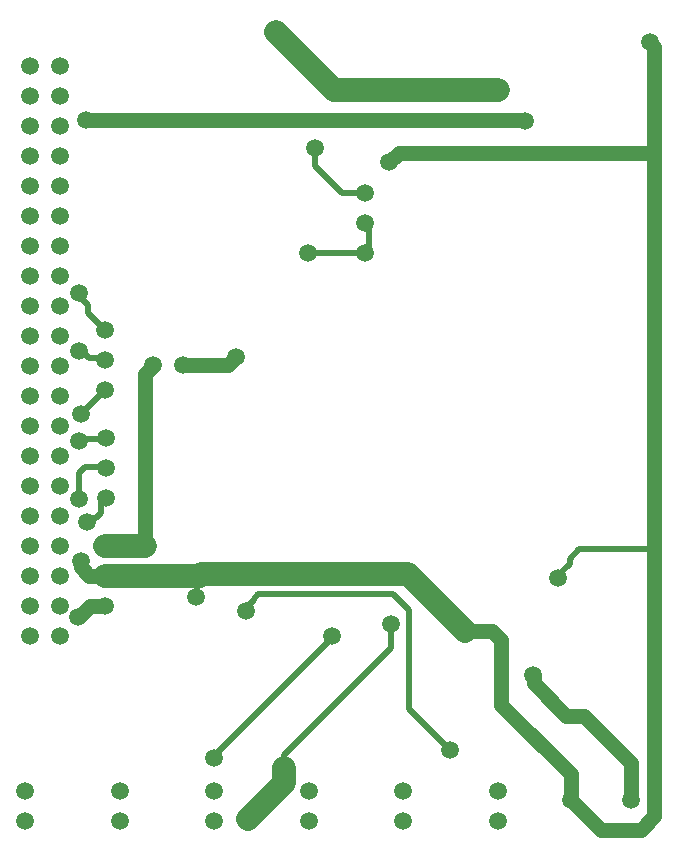
<source format=gbr>
%TF.GenerationSoftware,Altium Limited,Altium Designer,24.8.2 (39)*%
G04 Layer_Physical_Order=2*
G04 Layer_Color=16711680*
%FSLAX23Y23*%
%MOIN*%
%TF.SameCoordinates,E7E5857B-D81F-4818-B411-2ABEDC566613*%
%TF.FilePolarity,Positive*%
%TF.FileFunction,Copper,L2,Bot,Signal*%
%TF.Part,Single*%
G01*
G75*
%TA.AperFunction,Conductor*%
%ADD31C,0.051*%
%ADD32C,0.020*%
%ADD34C,0.079*%
%TA.AperFunction,ComponentPad*%
%ADD39C,0.059*%
%TA.AperFunction,ViaPad*%
%ADD40C,0.059*%
D31*
X265Y952D02*
Y972D01*
X264Y973D02*
X265Y972D01*
Y952D02*
X292Y925D01*
X1742Y2439D02*
X1744D01*
X1737Y2444D02*
X1742Y2439D01*
X283Y2444D02*
X1737D01*
X2161Y2703D02*
Y2705D01*
Y2703D02*
X2177Y2687D01*
Y1012D02*
Y2335D01*
Y2687D01*
Y122D02*
Y1012D01*
X2132Y77D02*
X2177Y122D01*
X1998Y77D02*
X2132D01*
X1898Y177D02*
Y262D01*
Y177D02*
X1998Y77D01*
X1666Y494D02*
Y711D01*
X1636Y741D02*
X1666Y711D01*
Y494D02*
X1898Y262D01*
X1325Y2335D02*
X2177D01*
X1293Y2303D02*
X1325Y2335D01*
X1291Y2303D02*
X1293D01*
X1556Y741D02*
X1636D01*
X1547Y732D02*
X1556Y741D01*
X292Y925D02*
X346D01*
X605Y1626D02*
X754D01*
X781Y1654D01*
X480Y1598D02*
X505Y1623D01*
Y1626D01*
X480Y1026D02*
Y1598D01*
X480Y1025D02*
X480Y1026D01*
X346Y1025D02*
X347Y1025D01*
X257Y787D02*
X259D01*
X345Y824D02*
X346Y825D01*
X295Y824D02*
X345D01*
X259Y787D02*
X295Y824D01*
X1774Y567D02*
Y593D01*
X1772Y594D02*
X1774Y593D01*
Y567D02*
X1883Y458D01*
X1941D01*
X2098Y301D01*
Y177D02*
Y301D01*
D32*
X266Y1465D02*
X344Y1543D01*
X264Y1465D02*
X266D01*
X344Y1543D02*
X346D01*
X265Y1380D02*
X345D01*
X350Y1385D01*
X260Y1374D02*
X265Y1380D01*
X339Y1651D02*
X346Y1643D01*
X270Y1674D02*
X293Y1651D01*
X339D01*
X259Y1674D02*
X270D01*
X289Y1800D02*
Y1828D01*
Y1800D02*
X346Y1743D01*
X1358Y481D02*
X1496Y344D01*
X1307Y862D02*
X1358Y811D01*
Y481D02*
Y811D01*
X1299Y683D02*
Y764D01*
X943Y327D02*
X1299Y683D01*
X943Y285D02*
Y327D01*
X1103Y717D02*
Y724D01*
X709Y316D02*
Y323D01*
X1103Y717D01*
X857Y862D02*
X1307D01*
X843Y845D02*
Y848D01*
X816Y807D02*
Y817D01*
X843Y848D02*
X857Y862D01*
X816Y817D02*
X843Y845D01*
X649Y855D02*
X652Y858D01*
X258Y1268D02*
X278Y1287D01*
X258Y1179D02*
Y1268D01*
X260Y1858D02*
X289Y1828D01*
X260Y1858D02*
Y1868D01*
X1926Y1012D02*
X2177D01*
X1895Y981D02*
X1926Y1012D01*
X1895Y964D02*
Y981D01*
X1857Y926D02*
X1895Y964D01*
X1857Y918D02*
Y926D01*
X652Y891D02*
X661Y900D01*
Y925D01*
X652Y858D02*
Y891D01*
X1022Y2001D02*
X1224D01*
X1022Y2001D02*
X1022Y2001D01*
X1224D02*
X1224Y2001D01*
X296Y1103D02*
X309Y1116D01*
X285Y1103D02*
X296D01*
X309Y1116D02*
X316D01*
X333Y1133D01*
Y1168D02*
X350Y1185D01*
X333Y1133D02*
Y1168D01*
X348Y1287D02*
X350Y1285D01*
X278Y1287D02*
X348D01*
X1224Y2001D02*
Y2101D01*
X1046Y2290D02*
Y2349D01*
Y2290D02*
X1136Y2201D01*
X1224D01*
D34*
X822Y114D02*
X943Y235D01*
Y285D01*
X1356Y931D02*
X1547Y740D01*
X661Y925D02*
X667Y931D01*
X1356D01*
X346Y925D02*
X661D01*
X347Y1025D02*
X480D01*
X1108Y2545D02*
X1655D01*
X917Y2736D02*
X1108Y2545D01*
D39*
X1211Y2000D02*
D03*
Y2100D02*
D03*
Y2200D02*
D03*
X2098Y177D02*
D03*
X1898D02*
D03*
X194Y724D02*
D03*
Y824D02*
D03*
Y1024D02*
D03*
Y1124D02*
D03*
Y1224D02*
D03*
Y1324D02*
D03*
Y1424D02*
D03*
Y1524D02*
D03*
Y1624D02*
D03*
Y1724D02*
D03*
Y1824D02*
D03*
Y1924D02*
D03*
Y2024D02*
D03*
Y2124D02*
D03*
Y2224D02*
D03*
Y2324D02*
D03*
Y2424D02*
D03*
Y2524D02*
D03*
Y2624D02*
D03*
X94Y724D02*
D03*
Y824D02*
D03*
Y924D02*
D03*
Y1024D02*
D03*
Y1124D02*
D03*
Y1224D02*
D03*
Y1324D02*
D03*
Y1424D02*
D03*
Y1524D02*
D03*
Y1624D02*
D03*
Y1724D02*
D03*
Y1824D02*
D03*
Y1924D02*
D03*
Y2024D02*
D03*
Y2124D02*
D03*
Y2224D02*
D03*
Y2324D02*
D03*
Y2424D02*
D03*
Y2524D02*
D03*
Y2624D02*
D03*
X194Y924D02*
D03*
X346Y1025D02*
D03*
Y825D02*
D03*
Y925D02*
D03*
X505Y1626D02*
D03*
X605D02*
D03*
X79Y207D02*
D03*
Y107D02*
D03*
X394Y207D02*
D03*
Y107D02*
D03*
X709Y207D02*
D03*
Y107D02*
D03*
X1024Y207D02*
D03*
Y107D02*
D03*
X1339Y207D02*
D03*
Y107D02*
D03*
X1654Y207D02*
D03*
Y107D02*
D03*
X350Y1185D02*
D03*
Y1285D02*
D03*
Y1385D02*
D03*
X346Y1543D02*
D03*
Y1643D02*
D03*
Y1743D02*
D03*
D40*
X264Y1465D02*
D03*
X260Y1374D02*
D03*
X259Y1674D02*
D03*
X1299Y764D02*
D03*
X822Y114D02*
D03*
X943Y285D02*
D03*
X1103Y724D02*
D03*
X816Y807D02*
D03*
X649Y855D02*
D03*
X264Y973D02*
D03*
X258Y1179D02*
D03*
X260Y1868D02*
D03*
X283Y2444D02*
D03*
X2161Y2705D02*
D03*
X1857Y918D02*
D03*
X1291Y2303D02*
D03*
X1547Y732D02*
D03*
X781Y1654D02*
D03*
X709Y316D02*
D03*
X480Y1026D02*
D03*
X257Y787D02*
D03*
X285Y1103D02*
D03*
X1022Y2001D02*
D03*
X1046Y2349D02*
D03*
X1496Y344D02*
D03*
X1772Y594D02*
D03*
X1655Y2545D02*
D03*
X1744Y2439D02*
D03*
X920Y2742D02*
D03*
%TF.MD5,b8d2f4e4bf6bc9a3bb855089e56af658*%
M02*

</source>
